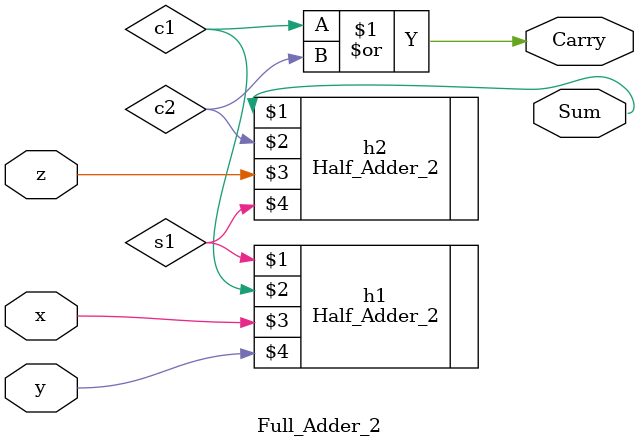
<source format=v>

`timescale 1 ns / 1 ps


module Full_Adder_2 (Sum, Carry, x, y, z);
	output Sum, Carry;
	input x, y, z;
	wire s1, c1, c2;
	
	Half_Adder_2 h1( s1, c1, x, y);	  
	Half_Adder_2 h2( Sum, c2, z, s1);	 
	
	or (Carry, c1, c2);

endmodule

</source>
